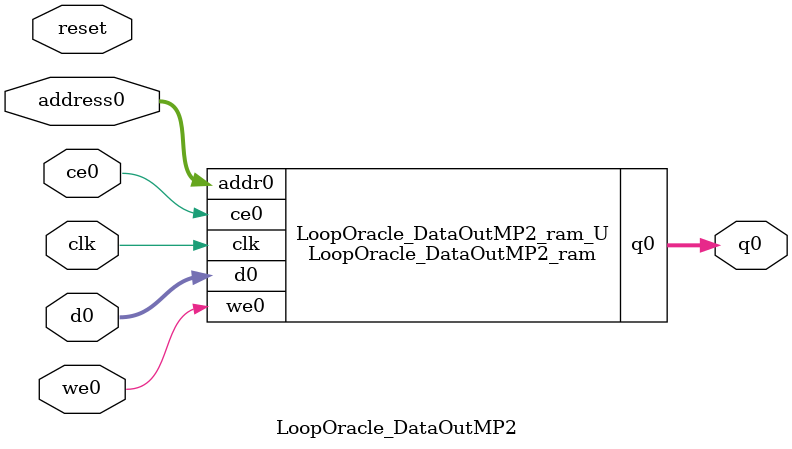
<source format=v>
`timescale 1 ns / 1 ps
module LoopOracle_DataOutMP2_ram (addr0, ce0, d0, we0, q0,  clk);

parameter DWIDTH = 32;
parameter AWIDTH = 11;
parameter MEM_SIZE = 1080;

input[AWIDTH-1:0] addr0;
input ce0;
input[DWIDTH-1:0] d0;
input we0;
output reg[DWIDTH-1:0] q0;
input clk;

(* ram_style = "block" *)reg [DWIDTH-1:0] ram[0:MEM_SIZE-1];




always @(posedge clk)  
begin 
    if (ce0) 
    begin
        if (we0) 
        begin 
            ram[addr0] <= d0; 
        end 
        q0 <= ram[addr0];
    end
end


endmodule

`timescale 1 ns / 1 ps
module LoopOracle_DataOutMP2(
    reset,
    clk,
    address0,
    ce0,
    we0,
    d0,
    q0);

parameter DataWidth = 32'd32;
parameter AddressRange = 32'd1080;
parameter AddressWidth = 32'd11;
input reset;
input clk;
input[AddressWidth - 1:0] address0;
input ce0;
input we0;
input[DataWidth - 1:0] d0;
output[DataWidth - 1:0] q0;



LoopOracle_DataOutMP2_ram LoopOracle_DataOutMP2_ram_U(
    .clk( clk ),
    .addr0( address0 ),
    .ce0( ce0 ),
    .we0( we0 ),
    .d0( d0 ),
    .q0( q0 ));

endmodule


</source>
